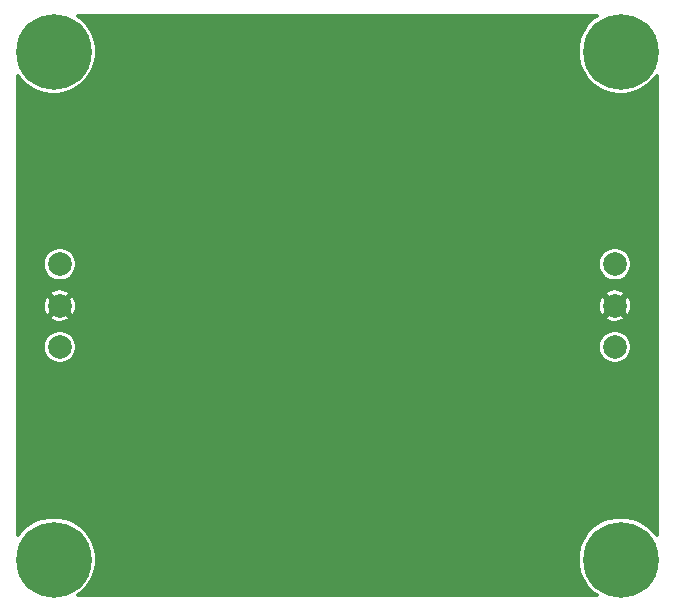
<source format=gbr>
%TF.GenerationSoftware,KiCad,Pcbnew,(5.1.6-0)*%
%TF.CreationDate,2024-01-11T20:35:38-08:00*%
%TF.ProjectId,psu_15V_reg,7073755f-3135-4565-9f72-65672e6b6963,1.0*%
%TF.SameCoordinates,Original*%
%TF.FileFunction,Copper,L2,Bot*%
%TF.FilePolarity,Positive*%
%FSLAX46Y46*%
G04 Gerber Fmt 4.6, Leading zero omitted, Abs format (unit mm)*
G04 Created by KiCad (PCBNEW (5.1.6-0)) date 2024-01-11 20:35:38*
%MOMM*%
%LPD*%
G01*
G04 APERTURE LIST*
%TA.AperFunction,ComponentPad*%
%ADD10C,0.800000*%
%TD*%
%TA.AperFunction,ComponentPad*%
%ADD11C,6.400000*%
%TD*%
%TA.AperFunction,ComponentPad*%
%ADD12C,2.000000*%
%TD*%
%TA.AperFunction,ViaPad*%
%ADD13C,0.800000*%
%TD*%
%TA.AperFunction,ViaPad*%
%ADD14C,0.700000*%
%TD*%
%TA.AperFunction,Conductor*%
%ADD15C,0.300000*%
%TD*%
G04 APERTURE END LIST*
D10*
%TO.P,H4,1*%
%TO.N,N/C*%
X110197056Y-79302944D03*
X108500000Y-78600000D03*
X106802944Y-79302944D03*
X106100000Y-81000000D03*
X106802944Y-82697056D03*
X108500000Y-83400000D03*
X110197056Y-82697056D03*
X110900000Y-81000000D03*
D11*
X108500000Y-81000000D03*
%TD*%
D10*
%TO.P,H3,1*%
%TO.N,N/C*%
X158197056Y-79302944D03*
X156500000Y-78600000D03*
X154802944Y-79302944D03*
X154100000Y-81000000D03*
X154802944Y-82697056D03*
X156500000Y-83400000D03*
X158197056Y-82697056D03*
X158900000Y-81000000D03*
D11*
X156500000Y-81000000D03*
%TD*%
D10*
%TO.P,H2,1*%
%TO.N,N/C*%
X158197056Y-122302944D03*
X156500000Y-121600000D03*
X154802944Y-122302944D03*
X154100000Y-124000000D03*
X154802944Y-125697056D03*
X156500000Y-126400000D03*
X158197056Y-125697056D03*
X158900000Y-124000000D03*
D11*
X156500000Y-124000000D03*
%TD*%
D10*
%TO.P,H1,1*%
%TO.N,N/C*%
X110197056Y-122302944D03*
X108500000Y-121600000D03*
X106802944Y-122302944D03*
X106100000Y-124000000D03*
X106802944Y-125697056D03*
X108500000Y-126400000D03*
X110197056Y-125697056D03*
X110900000Y-124000000D03*
D11*
X108500000Y-124000000D03*
%TD*%
D12*
%TO.P,J2,3*%
%TO.N,/VO-*%
X109000000Y-106000000D03*
%TO.P,J2,2*%
%TO.N,GND*%
X109000000Y-102500000D03*
%TO.P,J2,1*%
%TO.N,/VO+*%
X109000000Y-99000000D03*
%TD*%
%TO.P,J1,3*%
%TO.N,/VI+*%
X156000000Y-99000000D03*
%TO.P,J1,2*%
%TO.N,GND*%
X156000000Y-102500000D03*
%TO.P,J1,1*%
%TO.N,/VI-*%
X156000000Y-106000000D03*
%TD*%
D13*
%TO.N,GND*%
X119250000Y-103500000D03*
X119250000Y-101250000D03*
X126250000Y-105500000D03*
X132250000Y-101500000D03*
X138000000Y-106250000D03*
X143000000Y-103250000D03*
X149500000Y-95750000D03*
X145000000Y-89750000D03*
X140750000Y-81250000D03*
X146500000Y-78750000D03*
D14*
X106401191Y-85042500D03*
X106401191Y-102042500D03*
X106401191Y-108042500D03*
X106401191Y-114042500D03*
X107401191Y-119042500D03*
X109401191Y-111042500D03*
X110401191Y-104042500D03*
X110401191Y-116042500D03*
X112401191Y-84042500D03*
X112401191Y-120042500D03*
X116000000Y-106750000D03*
X113401191Y-113042500D03*
X113401191Y-125042500D03*
X115500000Y-101250000D03*
X115401191Y-117042500D03*
X116401191Y-110042500D03*
X116401191Y-122042500D03*
X117401191Y-98042500D03*
X117401191Y-104042500D03*
X118401191Y-126042500D03*
X119401191Y-119042500D03*
X121401191Y-100042500D03*
X121401191Y-106042500D03*
X121401191Y-112042500D03*
X121401191Y-123042500D03*
X123401191Y-116042500D03*
X124401191Y-103042500D03*
X124401191Y-126042500D03*
X125401191Y-120042500D03*
X128401191Y-101042500D03*
X128401191Y-107042500D03*
X128401191Y-123042500D03*
X130401191Y-119042500D03*
X131401191Y-126042500D03*
X134401191Y-101042500D03*
X136250000Y-79000000D03*
X135401191Y-87042500D03*
X135401191Y-106042500D03*
X138500000Y-82750000D03*
X138401191Y-103042500D03*
X140401191Y-106500000D03*
X141401191Y-79042500D03*
X141401191Y-87042500D03*
X141250000Y-100250000D03*
X143401191Y-83042500D03*
X144401191Y-92042500D03*
X145401191Y-98042500D03*
X145401191Y-104042500D03*
X146401191Y-88042500D03*
X148401191Y-79042500D03*
X148250000Y-93500000D03*
X148401191Y-101042500D03*
X149500000Y-83500000D03*
X152500000Y-95500000D03*
X152401191Y-87042500D03*
X152401191Y-122042500D03*
X155401191Y-90042500D03*
X157401191Y-86042500D03*
X157401191Y-94042500D03*
%TD*%
D15*
%TO.N,GND*%
G36*
X154173260Y-78164860D02*
G01*
X153664860Y-78673260D01*
X153265412Y-79271077D01*
X152990267Y-79935334D01*
X152850000Y-80640506D01*
X152850000Y-81359494D01*
X152990267Y-82064666D01*
X153265412Y-82728923D01*
X153664860Y-83326740D01*
X154173260Y-83835140D01*
X154771077Y-84234588D01*
X155435334Y-84509733D01*
X156140506Y-84650000D01*
X156859494Y-84650000D01*
X157564666Y-84509733D01*
X158228923Y-84234588D01*
X158826740Y-83835140D01*
X159335140Y-83326740D01*
X159525000Y-83042594D01*
X159525001Y-121957407D01*
X159335140Y-121673260D01*
X158826740Y-121164860D01*
X158228923Y-120765412D01*
X157564666Y-120490267D01*
X156859494Y-120350000D01*
X156140506Y-120350000D01*
X155435334Y-120490267D01*
X154771077Y-120765412D01*
X154173260Y-121164860D01*
X153664860Y-121673260D01*
X153265412Y-122271077D01*
X152990267Y-122935334D01*
X152850000Y-123640506D01*
X152850000Y-124359494D01*
X152990267Y-125064666D01*
X153265412Y-125728923D01*
X153664860Y-126326740D01*
X154173260Y-126835140D01*
X154457406Y-127025000D01*
X110542594Y-127025000D01*
X110826740Y-126835140D01*
X111335140Y-126326740D01*
X111734588Y-125728923D01*
X112009733Y-125064666D01*
X112150000Y-124359494D01*
X112150000Y-123640506D01*
X112009733Y-122935334D01*
X111734588Y-122271077D01*
X111335140Y-121673260D01*
X110826740Y-121164860D01*
X110228923Y-120765412D01*
X109564666Y-120490267D01*
X108859494Y-120350000D01*
X108140506Y-120350000D01*
X107435334Y-120490267D01*
X106771077Y-120765412D01*
X106173260Y-121164860D01*
X105664860Y-121673260D01*
X105475000Y-121957406D01*
X105475000Y-105857187D01*
X107550000Y-105857187D01*
X107550000Y-106142813D01*
X107605723Y-106422949D01*
X107715027Y-106686833D01*
X107873711Y-106924321D01*
X108075679Y-107126289D01*
X108313167Y-107284973D01*
X108577051Y-107394277D01*
X108857187Y-107450000D01*
X109142813Y-107450000D01*
X109422949Y-107394277D01*
X109686833Y-107284973D01*
X109924321Y-107126289D01*
X110126289Y-106924321D01*
X110284973Y-106686833D01*
X110394277Y-106422949D01*
X110450000Y-106142813D01*
X110450000Y-105857187D01*
X154550000Y-105857187D01*
X154550000Y-106142813D01*
X154605723Y-106422949D01*
X154715027Y-106686833D01*
X154873711Y-106924321D01*
X155075679Y-107126289D01*
X155313167Y-107284973D01*
X155577051Y-107394277D01*
X155857187Y-107450000D01*
X156142813Y-107450000D01*
X156422949Y-107394277D01*
X156686833Y-107284973D01*
X156924321Y-107126289D01*
X157126289Y-106924321D01*
X157284973Y-106686833D01*
X157394277Y-106422949D01*
X157450000Y-106142813D01*
X157450000Y-105857187D01*
X157394277Y-105577051D01*
X157284973Y-105313167D01*
X157126289Y-105075679D01*
X156924321Y-104873711D01*
X156686833Y-104715027D01*
X156422949Y-104605723D01*
X156142813Y-104550000D01*
X155857187Y-104550000D01*
X155577051Y-104605723D01*
X155313167Y-104715027D01*
X155075679Y-104873711D01*
X154873711Y-105075679D01*
X154715027Y-105313167D01*
X154605723Y-105577051D01*
X154550000Y-105857187D01*
X110450000Y-105857187D01*
X110394277Y-105577051D01*
X110284973Y-105313167D01*
X110126289Y-105075679D01*
X109924321Y-104873711D01*
X109686833Y-104715027D01*
X109422949Y-104605723D01*
X109142813Y-104550000D01*
X108857187Y-104550000D01*
X108577051Y-104605723D01*
X108313167Y-104715027D01*
X108075679Y-104873711D01*
X107873711Y-105075679D01*
X107715027Y-105313167D01*
X107605723Y-105577051D01*
X107550000Y-105857187D01*
X105475000Y-105857187D01*
X105475000Y-103518794D01*
X108122628Y-103518794D01*
X108226509Y-103734750D01*
X108482259Y-103861925D01*
X108757906Y-103936762D01*
X109042856Y-103956386D01*
X109326159Y-103920042D01*
X109596928Y-103829125D01*
X109773491Y-103734750D01*
X109877372Y-103518794D01*
X155122628Y-103518794D01*
X155226509Y-103734750D01*
X155482259Y-103861925D01*
X155757906Y-103936762D01*
X156042856Y-103956386D01*
X156326159Y-103920042D01*
X156596928Y-103829125D01*
X156773491Y-103734750D01*
X156877372Y-103518794D01*
X156000000Y-102641421D01*
X155122628Y-103518794D01*
X109877372Y-103518794D01*
X109000000Y-102641421D01*
X108122628Y-103518794D01*
X105475000Y-103518794D01*
X105475000Y-102542856D01*
X107543614Y-102542856D01*
X107579958Y-102826159D01*
X107670875Y-103096928D01*
X107765250Y-103273491D01*
X107981206Y-103377372D01*
X108858579Y-102500000D01*
X109141421Y-102500000D01*
X110018794Y-103377372D01*
X110234750Y-103273491D01*
X110361925Y-103017741D01*
X110436762Y-102742094D01*
X110450483Y-102542856D01*
X154543614Y-102542856D01*
X154579958Y-102826159D01*
X154670875Y-103096928D01*
X154765250Y-103273491D01*
X154981206Y-103377372D01*
X155858579Y-102500000D01*
X156141421Y-102500000D01*
X157018794Y-103377372D01*
X157234750Y-103273491D01*
X157361925Y-103017741D01*
X157436762Y-102742094D01*
X157456386Y-102457144D01*
X157420042Y-102173841D01*
X157329125Y-101903072D01*
X157234750Y-101726509D01*
X157018794Y-101622628D01*
X156141421Y-102500000D01*
X155858579Y-102500000D01*
X154981206Y-101622628D01*
X154765250Y-101726509D01*
X154638075Y-101982259D01*
X154563238Y-102257906D01*
X154543614Y-102542856D01*
X110450483Y-102542856D01*
X110456386Y-102457144D01*
X110420042Y-102173841D01*
X110329125Y-101903072D01*
X110234750Y-101726509D01*
X110018794Y-101622628D01*
X109141421Y-102500000D01*
X108858579Y-102500000D01*
X107981206Y-101622628D01*
X107765250Y-101726509D01*
X107638075Y-101982259D01*
X107563238Y-102257906D01*
X107543614Y-102542856D01*
X105475000Y-102542856D01*
X105475000Y-101481206D01*
X108122628Y-101481206D01*
X109000000Y-102358579D01*
X109877372Y-101481206D01*
X155122628Y-101481206D01*
X156000000Y-102358579D01*
X156877372Y-101481206D01*
X156773491Y-101265250D01*
X156517741Y-101138075D01*
X156242094Y-101063238D01*
X155957144Y-101043614D01*
X155673841Y-101079958D01*
X155403072Y-101170875D01*
X155226509Y-101265250D01*
X155122628Y-101481206D01*
X109877372Y-101481206D01*
X109773491Y-101265250D01*
X109517741Y-101138075D01*
X109242094Y-101063238D01*
X108957144Y-101043614D01*
X108673841Y-101079958D01*
X108403072Y-101170875D01*
X108226509Y-101265250D01*
X108122628Y-101481206D01*
X105475000Y-101481206D01*
X105475000Y-98857187D01*
X107550000Y-98857187D01*
X107550000Y-99142813D01*
X107605723Y-99422949D01*
X107715027Y-99686833D01*
X107873711Y-99924321D01*
X108075679Y-100126289D01*
X108313167Y-100284973D01*
X108577051Y-100394277D01*
X108857187Y-100450000D01*
X109142813Y-100450000D01*
X109422949Y-100394277D01*
X109686833Y-100284973D01*
X109924321Y-100126289D01*
X110126289Y-99924321D01*
X110284973Y-99686833D01*
X110394277Y-99422949D01*
X110450000Y-99142813D01*
X110450000Y-98857187D01*
X154550000Y-98857187D01*
X154550000Y-99142813D01*
X154605723Y-99422949D01*
X154715027Y-99686833D01*
X154873711Y-99924321D01*
X155075679Y-100126289D01*
X155313167Y-100284973D01*
X155577051Y-100394277D01*
X155857187Y-100450000D01*
X156142813Y-100450000D01*
X156422949Y-100394277D01*
X156686833Y-100284973D01*
X156924321Y-100126289D01*
X157126289Y-99924321D01*
X157284973Y-99686833D01*
X157394277Y-99422949D01*
X157450000Y-99142813D01*
X157450000Y-98857187D01*
X157394277Y-98577051D01*
X157284973Y-98313167D01*
X157126289Y-98075679D01*
X156924321Y-97873711D01*
X156686833Y-97715027D01*
X156422949Y-97605723D01*
X156142813Y-97550000D01*
X155857187Y-97550000D01*
X155577051Y-97605723D01*
X155313167Y-97715027D01*
X155075679Y-97873711D01*
X154873711Y-98075679D01*
X154715027Y-98313167D01*
X154605723Y-98577051D01*
X154550000Y-98857187D01*
X110450000Y-98857187D01*
X110394277Y-98577051D01*
X110284973Y-98313167D01*
X110126289Y-98075679D01*
X109924321Y-97873711D01*
X109686833Y-97715027D01*
X109422949Y-97605723D01*
X109142813Y-97550000D01*
X108857187Y-97550000D01*
X108577051Y-97605723D01*
X108313167Y-97715027D01*
X108075679Y-97873711D01*
X107873711Y-98075679D01*
X107715027Y-98313167D01*
X107605723Y-98577051D01*
X107550000Y-98857187D01*
X105475000Y-98857187D01*
X105475000Y-83042594D01*
X105664860Y-83326740D01*
X106173260Y-83835140D01*
X106771077Y-84234588D01*
X107435334Y-84509733D01*
X108140506Y-84650000D01*
X108859494Y-84650000D01*
X109564666Y-84509733D01*
X110228923Y-84234588D01*
X110826740Y-83835140D01*
X111335140Y-83326740D01*
X111734588Y-82728923D01*
X112009733Y-82064666D01*
X112150000Y-81359494D01*
X112150000Y-80640506D01*
X112009733Y-79935334D01*
X111734588Y-79271077D01*
X111335140Y-78673260D01*
X110826740Y-78164860D01*
X110542594Y-77975000D01*
X154457406Y-77975000D01*
X154173260Y-78164860D01*
G37*
X154173260Y-78164860D02*
X153664860Y-78673260D01*
X153265412Y-79271077D01*
X152990267Y-79935334D01*
X152850000Y-80640506D01*
X152850000Y-81359494D01*
X152990267Y-82064666D01*
X153265412Y-82728923D01*
X153664860Y-83326740D01*
X154173260Y-83835140D01*
X154771077Y-84234588D01*
X155435334Y-84509733D01*
X156140506Y-84650000D01*
X156859494Y-84650000D01*
X157564666Y-84509733D01*
X158228923Y-84234588D01*
X158826740Y-83835140D01*
X159335140Y-83326740D01*
X159525000Y-83042594D01*
X159525001Y-121957407D01*
X159335140Y-121673260D01*
X158826740Y-121164860D01*
X158228923Y-120765412D01*
X157564666Y-120490267D01*
X156859494Y-120350000D01*
X156140506Y-120350000D01*
X155435334Y-120490267D01*
X154771077Y-120765412D01*
X154173260Y-121164860D01*
X153664860Y-121673260D01*
X153265412Y-122271077D01*
X152990267Y-122935334D01*
X152850000Y-123640506D01*
X152850000Y-124359494D01*
X152990267Y-125064666D01*
X153265412Y-125728923D01*
X153664860Y-126326740D01*
X154173260Y-126835140D01*
X154457406Y-127025000D01*
X110542594Y-127025000D01*
X110826740Y-126835140D01*
X111335140Y-126326740D01*
X111734588Y-125728923D01*
X112009733Y-125064666D01*
X112150000Y-124359494D01*
X112150000Y-123640506D01*
X112009733Y-122935334D01*
X111734588Y-122271077D01*
X111335140Y-121673260D01*
X110826740Y-121164860D01*
X110228923Y-120765412D01*
X109564666Y-120490267D01*
X108859494Y-120350000D01*
X108140506Y-120350000D01*
X107435334Y-120490267D01*
X106771077Y-120765412D01*
X106173260Y-121164860D01*
X105664860Y-121673260D01*
X105475000Y-121957406D01*
X105475000Y-105857187D01*
X107550000Y-105857187D01*
X107550000Y-106142813D01*
X107605723Y-106422949D01*
X107715027Y-106686833D01*
X107873711Y-106924321D01*
X108075679Y-107126289D01*
X108313167Y-107284973D01*
X108577051Y-107394277D01*
X108857187Y-107450000D01*
X109142813Y-107450000D01*
X109422949Y-107394277D01*
X109686833Y-107284973D01*
X109924321Y-107126289D01*
X110126289Y-106924321D01*
X110284973Y-106686833D01*
X110394277Y-106422949D01*
X110450000Y-106142813D01*
X110450000Y-105857187D01*
X154550000Y-105857187D01*
X154550000Y-106142813D01*
X154605723Y-106422949D01*
X154715027Y-106686833D01*
X154873711Y-106924321D01*
X155075679Y-107126289D01*
X155313167Y-107284973D01*
X155577051Y-107394277D01*
X155857187Y-107450000D01*
X156142813Y-107450000D01*
X156422949Y-107394277D01*
X156686833Y-107284973D01*
X156924321Y-107126289D01*
X157126289Y-106924321D01*
X157284973Y-106686833D01*
X157394277Y-106422949D01*
X157450000Y-106142813D01*
X157450000Y-105857187D01*
X157394277Y-105577051D01*
X157284973Y-105313167D01*
X157126289Y-105075679D01*
X156924321Y-104873711D01*
X156686833Y-104715027D01*
X156422949Y-104605723D01*
X156142813Y-104550000D01*
X155857187Y-104550000D01*
X155577051Y-104605723D01*
X155313167Y-104715027D01*
X155075679Y-104873711D01*
X154873711Y-105075679D01*
X154715027Y-105313167D01*
X154605723Y-105577051D01*
X154550000Y-105857187D01*
X110450000Y-105857187D01*
X110394277Y-105577051D01*
X110284973Y-105313167D01*
X110126289Y-105075679D01*
X109924321Y-104873711D01*
X109686833Y-104715027D01*
X109422949Y-104605723D01*
X109142813Y-104550000D01*
X108857187Y-104550000D01*
X108577051Y-104605723D01*
X108313167Y-104715027D01*
X108075679Y-104873711D01*
X107873711Y-105075679D01*
X107715027Y-105313167D01*
X107605723Y-105577051D01*
X107550000Y-105857187D01*
X105475000Y-105857187D01*
X105475000Y-103518794D01*
X108122628Y-103518794D01*
X108226509Y-103734750D01*
X108482259Y-103861925D01*
X108757906Y-103936762D01*
X109042856Y-103956386D01*
X109326159Y-103920042D01*
X109596928Y-103829125D01*
X109773491Y-103734750D01*
X109877372Y-103518794D01*
X155122628Y-103518794D01*
X155226509Y-103734750D01*
X155482259Y-103861925D01*
X155757906Y-103936762D01*
X156042856Y-103956386D01*
X156326159Y-103920042D01*
X156596928Y-103829125D01*
X156773491Y-103734750D01*
X156877372Y-103518794D01*
X156000000Y-102641421D01*
X155122628Y-103518794D01*
X109877372Y-103518794D01*
X109000000Y-102641421D01*
X108122628Y-103518794D01*
X105475000Y-103518794D01*
X105475000Y-102542856D01*
X107543614Y-102542856D01*
X107579958Y-102826159D01*
X107670875Y-103096928D01*
X107765250Y-103273491D01*
X107981206Y-103377372D01*
X108858579Y-102500000D01*
X109141421Y-102500000D01*
X110018794Y-103377372D01*
X110234750Y-103273491D01*
X110361925Y-103017741D01*
X110436762Y-102742094D01*
X110450483Y-102542856D01*
X154543614Y-102542856D01*
X154579958Y-102826159D01*
X154670875Y-103096928D01*
X154765250Y-103273491D01*
X154981206Y-103377372D01*
X155858579Y-102500000D01*
X156141421Y-102500000D01*
X157018794Y-103377372D01*
X157234750Y-103273491D01*
X157361925Y-103017741D01*
X157436762Y-102742094D01*
X157456386Y-102457144D01*
X157420042Y-102173841D01*
X157329125Y-101903072D01*
X157234750Y-101726509D01*
X157018794Y-101622628D01*
X156141421Y-102500000D01*
X155858579Y-102500000D01*
X154981206Y-101622628D01*
X154765250Y-101726509D01*
X154638075Y-101982259D01*
X154563238Y-102257906D01*
X154543614Y-102542856D01*
X110450483Y-102542856D01*
X110456386Y-102457144D01*
X110420042Y-102173841D01*
X110329125Y-101903072D01*
X110234750Y-101726509D01*
X110018794Y-101622628D01*
X109141421Y-102500000D01*
X108858579Y-102500000D01*
X107981206Y-101622628D01*
X107765250Y-101726509D01*
X107638075Y-101982259D01*
X107563238Y-102257906D01*
X107543614Y-102542856D01*
X105475000Y-102542856D01*
X105475000Y-101481206D01*
X108122628Y-101481206D01*
X109000000Y-102358579D01*
X109877372Y-101481206D01*
X155122628Y-101481206D01*
X156000000Y-102358579D01*
X156877372Y-101481206D01*
X156773491Y-101265250D01*
X156517741Y-101138075D01*
X156242094Y-101063238D01*
X155957144Y-101043614D01*
X155673841Y-101079958D01*
X155403072Y-101170875D01*
X155226509Y-101265250D01*
X155122628Y-101481206D01*
X109877372Y-101481206D01*
X109773491Y-101265250D01*
X109517741Y-101138075D01*
X109242094Y-101063238D01*
X108957144Y-101043614D01*
X108673841Y-101079958D01*
X108403072Y-101170875D01*
X108226509Y-101265250D01*
X108122628Y-101481206D01*
X105475000Y-101481206D01*
X105475000Y-98857187D01*
X107550000Y-98857187D01*
X107550000Y-99142813D01*
X107605723Y-99422949D01*
X107715027Y-99686833D01*
X107873711Y-99924321D01*
X108075679Y-100126289D01*
X108313167Y-100284973D01*
X108577051Y-100394277D01*
X108857187Y-100450000D01*
X109142813Y-100450000D01*
X109422949Y-100394277D01*
X109686833Y-100284973D01*
X109924321Y-100126289D01*
X110126289Y-99924321D01*
X110284973Y-99686833D01*
X110394277Y-99422949D01*
X110450000Y-99142813D01*
X110450000Y-98857187D01*
X154550000Y-98857187D01*
X154550000Y-99142813D01*
X154605723Y-99422949D01*
X154715027Y-99686833D01*
X154873711Y-99924321D01*
X155075679Y-100126289D01*
X155313167Y-100284973D01*
X155577051Y-100394277D01*
X155857187Y-100450000D01*
X156142813Y-100450000D01*
X156422949Y-100394277D01*
X156686833Y-100284973D01*
X156924321Y-100126289D01*
X157126289Y-99924321D01*
X157284973Y-99686833D01*
X157394277Y-99422949D01*
X157450000Y-99142813D01*
X157450000Y-98857187D01*
X157394277Y-98577051D01*
X157284973Y-98313167D01*
X157126289Y-98075679D01*
X156924321Y-97873711D01*
X156686833Y-97715027D01*
X156422949Y-97605723D01*
X156142813Y-97550000D01*
X155857187Y-97550000D01*
X155577051Y-97605723D01*
X155313167Y-97715027D01*
X155075679Y-97873711D01*
X154873711Y-98075679D01*
X154715027Y-98313167D01*
X154605723Y-98577051D01*
X154550000Y-98857187D01*
X110450000Y-98857187D01*
X110394277Y-98577051D01*
X110284973Y-98313167D01*
X110126289Y-98075679D01*
X109924321Y-97873711D01*
X109686833Y-97715027D01*
X109422949Y-97605723D01*
X109142813Y-97550000D01*
X108857187Y-97550000D01*
X108577051Y-97605723D01*
X108313167Y-97715027D01*
X108075679Y-97873711D01*
X107873711Y-98075679D01*
X107715027Y-98313167D01*
X107605723Y-98577051D01*
X107550000Y-98857187D01*
X105475000Y-98857187D01*
X105475000Y-83042594D01*
X105664860Y-83326740D01*
X106173260Y-83835140D01*
X106771077Y-84234588D01*
X107435334Y-84509733D01*
X108140506Y-84650000D01*
X108859494Y-84650000D01*
X109564666Y-84509733D01*
X110228923Y-84234588D01*
X110826740Y-83835140D01*
X111335140Y-83326740D01*
X111734588Y-82728923D01*
X112009733Y-82064666D01*
X112150000Y-81359494D01*
X112150000Y-80640506D01*
X112009733Y-79935334D01*
X111734588Y-79271077D01*
X111335140Y-78673260D01*
X110826740Y-78164860D01*
X110542594Y-77975000D01*
X154457406Y-77975000D01*
X154173260Y-78164860D01*
%TD*%
M02*

</source>
